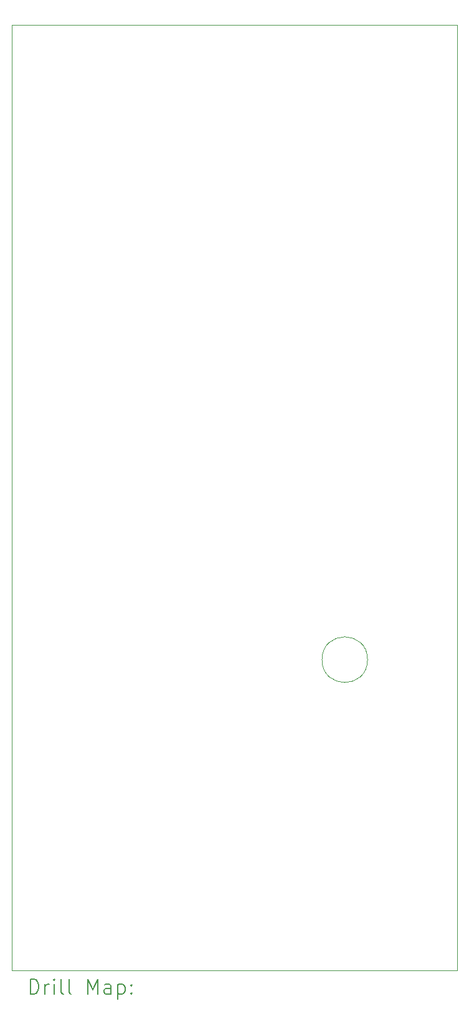
<source format=gbr>
%TF.GenerationSoftware,KiCad,Pcbnew,8.0.5*%
%TF.CreationDate,2024-11-24T11:28:16+01:00*%
%TF.ProjectId,ricochet_panel,7269636f-6368-4657-945f-70616e656c2e,rev?*%
%TF.SameCoordinates,Original*%
%TF.FileFunction,Drillmap*%
%TF.FilePolarity,Positive*%
%FSLAX45Y45*%
G04 Gerber Fmt 4.5, Leading zero omitted, Abs format (unit mm)*
G04 Created by KiCad (PCBNEW 8.0.5) date 2024-11-24 11:28:16*
%MOMM*%
%LPD*%
G01*
G04 APERTURE LIST*
%ADD10C,0.100000*%
%ADD11C,0.200000*%
G04 APERTURE END LIST*
D10*
X5000000Y-5000000D02*
X11060000Y-5000000D01*
X11060000Y-17850000D01*
X5000000Y-17850000D01*
X5000000Y-5000000D01*
X9840000Y-13625000D02*
G75*
G02*
X9220000Y-13625000I-310000J0D01*
G01*
X9220000Y-13625000D02*
G75*
G02*
X9840000Y-13625000I310000J0D01*
G01*
D11*
X5255777Y-18166484D02*
X5255777Y-17966484D01*
X5255777Y-17966484D02*
X5303396Y-17966484D01*
X5303396Y-17966484D02*
X5331967Y-17976008D01*
X5331967Y-17976008D02*
X5351015Y-17995055D01*
X5351015Y-17995055D02*
X5360539Y-18014103D01*
X5360539Y-18014103D02*
X5370063Y-18052198D01*
X5370063Y-18052198D02*
X5370063Y-18080770D01*
X5370063Y-18080770D02*
X5360539Y-18118865D01*
X5360539Y-18118865D02*
X5351015Y-18137912D01*
X5351015Y-18137912D02*
X5331967Y-18156960D01*
X5331967Y-18156960D02*
X5303396Y-18166484D01*
X5303396Y-18166484D02*
X5255777Y-18166484D01*
X5455777Y-18166484D02*
X5455777Y-18033150D01*
X5455777Y-18071246D02*
X5465301Y-18052198D01*
X5465301Y-18052198D02*
X5474824Y-18042674D01*
X5474824Y-18042674D02*
X5493872Y-18033150D01*
X5493872Y-18033150D02*
X5512920Y-18033150D01*
X5579586Y-18166484D02*
X5579586Y-18033150D01*
X5579586Y-17966484D02*
X5570063Y-17976008D01*
X5570063Y-17976008D02*
X5579586Y-17985531D01*
X5579586Y-17985531D02*
X5589110Y-17976008D01*
X5589110Y-17976008D02*
X5579586Y-17966484D01*
X5579586Y-17966484D02*
X5579586Y-17985531D01*
X5703396Y-18166484D02*
X5684348Y-18156960D01*
X5684348Y-18156960D02*
X5674824Y-18137912D01*
X5674824Y-18137912D02*
X5674824Y-17966484D01*
X5808158Y-18166484D02*
X5789110Y-18156960D01*
X5789110Y-18156960D02*
X5779586Y-18137912D01*
X5779586Y-18137912D02*
X5779586Y-17966484D01*
X6036729Y-18166484D02*
X6036729Y-17966484D01*
X6036729Y-17966484D02*
X6103396Y-18109341D01*
X6103396Y-18109341D02*
X6170062Y-17966484D01*
X6170062Y-17966484D02*
X6170062Y-18166484D01*
X6351015Y-18166484D02*
X6351015Y-18061722D01*
X6351015Y-18061722D02*
X6341491Y-18042674D01*
X6341491Y-18042674D02*
X6322443Y-18033150D01*
X6322443Y-18033150D02*
X6284348Y-18033150D01*
X6284348Y-18033150D02*
X6265301Y-18042674D01*
X6351015Y-18156960D02*
X6331967Y-18166484D01*
X6331967Y-18166484D02*
X6284348Y-18166484D01*
X6284348Y-18166484D02*
X6265301Y-18156960D01*
X6265301Y-18156960D02*
X6255777Y-18137912D01*
X6255777Y-18137912D02*
X6255777Y-18118865D01*
X6255777Y-18118865D02*
X6265301Y-18099817D01*
X6265301Y-18099817D02*
X6284348Y-18090293D01*
X6284348Y-18090293D02*
X6331967Y-18090293D01*
X6331967Y-18090293D02*
X6351015Y-18080770D01*
X6446253Y-18033150D02*
X6446253Y-18233150D01*
X6446253Y-18042674D02*
X6465301Y-18033150D01*
X6465301Y-18033150D02*
X6503396Y-18033150D01*
X6503396Y-18033150D02*
X6522443Y-18042674D01*
X6522443Y-18042674D02*
X6531967Y-18052198D01*
X6531967Y-18052198D02*
X6541491Y-18071246D01*
X6541491Y-18071246D02*
X6541491Y-18128389D01*
X6541491Y-18128389D02*
X6531967Y-18147436D01*
X6531967Y-18147436D02*
X6522443Y-18156960D01*
X6522443Y-18156960D02*
X6503396Y-18166484D01*
X6503396Y-18166484D02*
X6465301Y-18166484D01*
X6465301Y-18166484D02*
X6446253Y-18156960D01*
X6627205Y-18147436D02*
X6636729Y-18156960D01*
X6636729Y-18156960D02*
X6627205Y-18166484D01*
X6627205Y-18166484D02*
X6617682Y-18156960D01*
X6617682Y-18156960D02*
X6627205Y-18147436D01*
X6627205Y-18147436D02*
X6627205Y-18166484D01*
X6627205Y-18042674D02*
X6636729Y-18052198D01*
X6636729Y-18052198D02*
X6627205Y-18061722D01*
X6627205Y-18061722D02*
X6617682Y-18052198D01*
X6617682Y-18052198D02*
X6627205Y-18042674D01*
X6627205Y-18042674D02*
X6627205Y-18061722D01*
M02*

</source>
